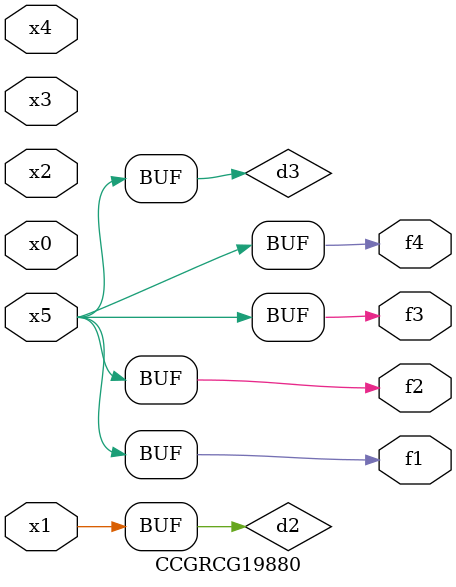
<source format=v>
module CCGRCG19880(
	input x0, x1, x2, x3, x4, x5,
	output f1, f2, f3, f4
);

	wire d1, d2, d3;

	not (d1, x5);
	or (d2, x1);
	xnor (d3, d1);
	assign f1 = d3;
	assign f2 = d3;
	assign f3 = d3;
	assign f4 = d3;
endmodule

</source>
